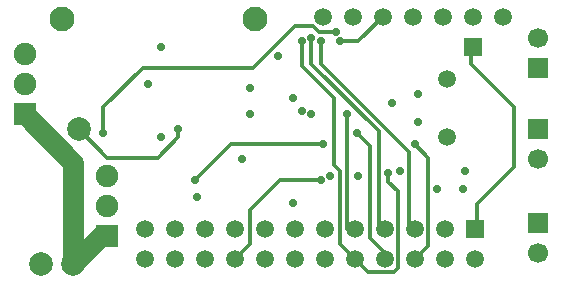
<source format=gbr>
G04 DipTrace 3.1.0.0*
G04 Inner1.gbr*
%MOIN*%
G04 #@! TF.FileFunction,Copper,L2,Inr*
G04 #@! TF.Part,Single*
G04 #@! TA.AperFunction,Conductor*
%ADD14C,0.012992*%
%ADD19C,0.070866*%
G04 #@! TA.AperFunction,ComponentPad*
%ADD29C,0.066929*%
%ADD32C,0.059055*%
%ADD33R,0.066929X0.066929*%
%ADD35C,0.07874*%
%ADD37R,0.074803X0.074803*%
%ADD38C,0.082677*%
%ADD39C,0.074803*%
%ADD41R,0.059055X0.059055*%
%ADD43C,0.059055*%
G04 #@! TA.AperFunction,ViaPad*
%ADD54C,0.027559*%
%FSLAX26Y26*%
G04*
G70*
G90*
G75*
G01*
G04 Inner1*
%LPD*%
X149010Y581220D2*
D19*
X311512Y418719D1*
Y81278D1*
X405272Y175038D1*
X424026D1*
X1136772Y362558D2*
D14*
X999091D1*
X899084Y262551D1*
Y150041D1*
X849013Y99970D1*
X1224118Y581331D2*
Y199970D1*
X1249013D1*
X1073780Y825106D2*
Y744171D1*
X1180364Y637587D1*
Y412563D1*
X1199115Y393811D1*
Y149867D1*
X1249013Y99970D1*
X1361627Y387555D2*
Y356312D1*
X1392886Y325054D1*
Y68777D1*
X1380385Y56276D1*
X1292707D1*
X1249013Y99970D1*
X411533Y518824D2*
Y606333D1*
X542797Y737597D1*
X911585D1*
X1049100Y875112D1*
X1111606D1*
X1130358Y856360D1*
X1186614D1*
X1349013Y99970D2*
Y118895D1*
X1299126Y168782D1*
Y475070D1*
X1255371Y518824D1*
X1142860Y481320D2*
X836577D1*
X717815Y362558D1*
X1105276Y837608D2*
Y749984D1*
X1330379Y524881D1*
Y199970D1*
X1349013D1*
X1136772Y825106D2*
Y749715D1*
X1430390Y456097D1*
Y218593D1*
X1449013Y199970D1*
X1199764Y825106D2*
X1261647D1*
X1342762Y906222D1*
X661559Y531325D2*
Y506323D1*
X592802Y437566D1*
X424034D1*
X330274Y531325D1*
X1448991Y481270D2*
X1492896Y437365D1*
Y143853D1*
X1449013Y99970D1*
X1642912Y806354D2*
X1636661D1*
Y750098D1*
X1780427Y606333D1*
Y406312D1*
X1655413Y281299D1*
Y206370D1*
X1649013Y199970D1*
D54*
X1461643Y650088D3*
X1042849Y287550D3*
X1261621Y375059D3*
X1617909Y393811D3*
X899084Y668840D3*
X605257Y506323D3*
X899084Y581331D3*
X1373990Y618770D3*
X1461643Y556328D3*
X724066Y306300D3*
X1399136Y393812D3*
X605303Y806354D3*
X992844Y775101D3*
X1136772Y362558D3*
X1224118Y581331D3*
X1073780Y825106D3*
X1361627Y387555D3*
X411533Y518824D3*
X1186614Y856360D3*
X1255371Y518824D3*
X1142860Y481320D3*
X717815Y362558D3*
X1105276Y837608D3*
X1136772Y825106D3*
X1611513Y331223D3*
X1524150Y331304D3*
X1199764Y825106D3*
X1042849Y637587D3*
X661559Y531325D3*
X1448991Y481270D3*
X561549Y681341D3*
X1105276Y581251D3*
X1074102Y593832D3*
X874081Y431315D3*
X1167862Y375059D3*
D29*
X1861690Y837597D3*
D33*
Y737597D3*
X1861516Y218722D3*
D29*
Y118722D3*
D35*
X205262Y81223D3*
D37*
X424026Y175038D3*
D35*
X311512Y81278D3*
D39*
X424026Y275038D3*
D32*
X1242762Y906222D3*
D39*
X424026Y375038D3*
D32*
X1342762Y906222D3*
X1442762D3*
X1542762D3*
X1642762D3*
X1742764D3*
D35*
X330274Y531325D3*
D41*
X1642912Y806354D3*
D38*
X274018Y900114D3*
X917836D3*
D32*
X1142860Y906365D3*
D33*
X1861516Y531222D3*
D29*
Y431222D3*
D37*
X149010Y581220D3*
D39*
Y681220D3*
Y781220D3*
D41*
X1649013Y199970D3*
D43*
Y99970D3*
X1549013Y199970D3*
Y99970D3*
X1449013Y199970D3*
Y99970D3*
X1349013Y199970D3*
Y99970D3*
X1249013Y199970D3*
Y99970D3*
X1149013Y199970D3*
Y99970D3*
X1049013Y199970D3*
Y99970D3*
X949013Y199970D3*
Y99970D3*
X849013Y199970D3*
Y99970D3*
X749013Y199970D3*
Y99970D3*
X649013Y199970D3*
Y99970D3*
X549013Y199970D3*
Y99970D3*
X1555395Y700093D3*
Y506353D3*
M02*

</source>
